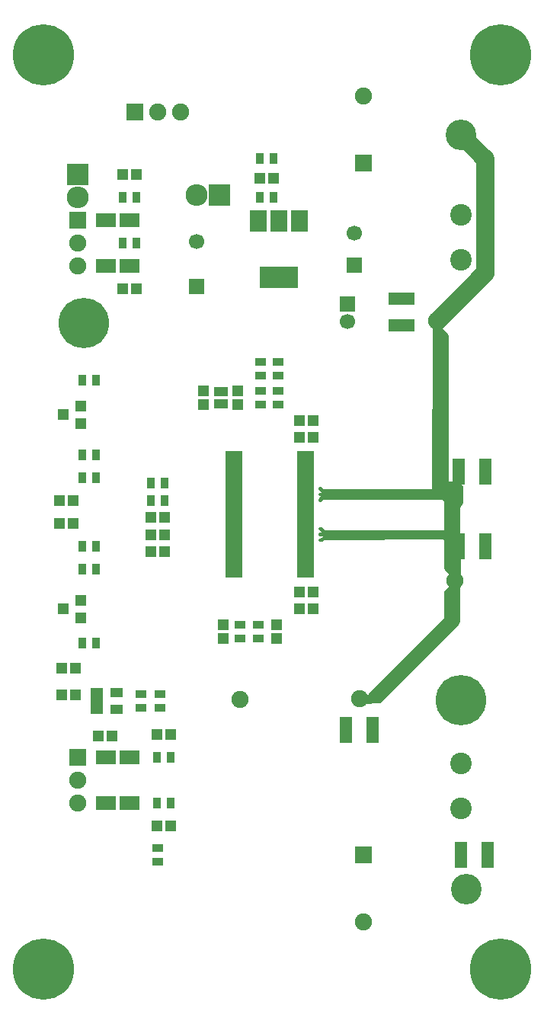
<source format=gbr>
G04 #@! TF.FileFunction,Soldermask,Top*
%FSLAX46Y46*%
G04 Gerber Fmt 4.6, Leading zero omitted, Abs format (unit mm)*
G04 Created by KiCad (PCBNEW 4.0.5) date 07/06/18 10:07:35*
%MOMM*%
%LPD*%
G01*
G04 APERTURE LIST*
%ADD10C,0.100000*%
%ADD11C,5.600000*%
%ADD12R,2.200000X1.630000*%
%ADD13R,1.150000X1.200000*%
%ADD14R,1.200000X1.150000*%
%ADD15R,1.700000X1.700000*%
%ADD16C,1.700000*%
%ADD17R,1.900000X1.900000*%
%ADD18C,1.900000*%
%ADD19R,2.900000X1.400000*%
%ADD20R,1.400000X2.900000*%
%ADD21R,1.197560X1.197560*%
%ADD22C,2.400000*%
%ADD23R,1.598880X0.999440*%
%ADD24C,3.400000*%
%ADD25R,1.300000X1.200000*%
%ADD26R,1.300000X0.900000*%
%ADD27R,0.900000X1.300000*%
%ADD28R,4.200000X2.400000*%
%ADD29R,1.900000X2.400000*%
%ADD30R,1.850000X0.800000*%
%ADD31R,1.460000X1.050000*%
%ADD32C,6.800000*%
%ADD33R,2.432000X2.432000*%
%ADD34O,2.432000X2.432000*%
%ADD35C,0.254000*%
G04 APERTURE END LIST*
D10*
D11*
X120015000Y-104775000D03*
X78105000Y-62865000D03*
D12*
X80605000Y-51435000D03*
X83225000Y-51435000D03*
X80605000Y-56515000D03*
X83225000Y-56515000D03*
X80605000Y-111125000D03*
X83225000Y-111125000D03*
X80605000Y-116205000D03*
X83225000Y-116205000D03*
D13*
X91440000Y-71870000D03*
X91440000Y-70370000D03*
X99568000Y-96405000D03*
X99568000Y-97905000D03*
D14*
X87110000Y-86360000D03*
X85610000Y-86360000D03*
D13*
X95250000Y-71870000D03*
X95250000Y-70370000D03*
D14*
X87110000Y-84455000D03*
X85610000Y-84455000D03*
D13*
X93599000Y-96405000D03*
X93599000Y-97905000D03*
D14*
X87110000Y-88265000D03*
X85610000Y-88265000D03*
X99175000Y-46736000D03*
X97675000Y-46736000D03*
D15*
X90678000Y-58801000D03*
D16*
X90678000Y-53801000D03*
D15*
X107442000Y-60706000D03*
D16*
X107442000Y-62706000D03*
X108204000Y-52888000D03*
D15*
X108204000Y-56388000D03*
D14*
X102120000Y-73660000D03*
X103620000Y-73660000D03*
X103620000Y-94615000D03*
X102120000Y-94615000D03*
X102120000Y-75565000D03*
X103620000Y-75565000D03*
X103620000Y-92710000D03*
X102120000Y-92710000D03*
D17*
X109220000Y-45085000D03*
D18*
X109220000Y-37585000D03*
D17*
X109220000Y-121920000D03*
D18*
X109220000Y-129420000D03*
D19*
X113411000Y-60095000D03*
X113411000Y-63095000D03*
D20*
X122785000Y-79375000D03*
X119785000Y-79375000D03*
X122785000Y-87630000D03*
X119785000Y-87630000D03*
X107237400Y-108077000D03*
X110237400Y-108077000D03*
X123039000Y-121920000D03*
X120039000Y-121920000D03*
D21*
X75450700Y-82550000D03*
X76949300Y-82550000D03*
X75450700Y-85090000D03*
X76949300Y-85090000D03*
D22*
X120015000Y-55840000D03*
X120015000Y-50840000D03*
X120015000Y-116800000D03*
X120015000Y-111800000D03*
D23*
X93345000Y-70418960D03*
X93345000Y-71821040D03*
D24*
X120015000Y-41910000D03*
X120650000Y-125730000D03*
D25*
X77835000Y-73975000D03*
X77835000Y-72075000D03*
X75835000Y-73025000D03*
X77835000Y-95565000D03*
X77835000Y-93665000D03*
X75835000Y-94615000D03*
D26*
X84455000Y-105588500D03*
X84455000Y-104088500D03*
X86614000Y-105588500D03*
X86614000Y-104088500D03*
X86360000Y-121170000D03*
X86360000Y-122670000D03*
X99695000Y-68695000D03*
X99695000Y-67195000D03*
X99695000Y-71870000D03*
X99695000Y-70370000D03*
X97790000Y-68695000D03*
X97790000Y-67195000D03*
X97790000Y-71870000D03*
X97790000Y-70370000D03*
X97536000Y-97905000D03*
X97536000Y-96405000D03*
X95504000Y-97905000D03*
X95504000Y-96405000D03*
D27*
X85610000Y-80645000D03*
X87110000Y-80645000D03*
X85610000Y-82550000D03*
X87110000Y-82550000D03*
X97675000Y-44577000D03*
X99175000Y-44577000D03*
X99175000Y-48895000D03*
X97675000Y-48895000D03*
X79490000Y-80010000D03*
X77990000Y-80010000D03*
X79490000Y-77470000D03*
X77990000Y-77470000D03*
X79490000Y-69215000D03*
X77990000Y-69215000D03*
X79490000Y-87630000D03*
X77990000Y-87630000D03*
X79490000Y-90170000D03*
X77990000Y-90170000D03*
X79490000Y-98425000D03*
X77990000Y-98425000D03*
D28*
X99822000Y-57760000D03*
D29*
X99822000Y-51460000D03*
X97522000Y-51460000D03*
X102122000Y-51460000D03*
D30*
X102793800Y-90741500D03*
X102793800Y-90106500D03*
X102793800Y-89471500D03*
X102793800Y-88836500D03*
X102793800Y-88201500D03*
X102793800Y-87566500D03*
X102793800Y-86931500D03*
X102793800Y-86296500D03*
X102793800Y-85661500D03*
X102793800Y-85026500D03*
X102793800Y-84391500D03*
X102793800Y-83756500D03*
X102793800Y-82486500D03*
X102793800Y-83121500D03*
X102793800Y-81851500D03*
X102793800Y-81216500D03*
X102793800Y-80581500D03*
X102793800Y-79946500D03*
X102793800Y-79311500D03*
X102793800Y-78676500D03*
X102793800Y-78041500D03*
X102793800Y-77406500D03*
X94805500Y-77406500D03*
X94805500Y-78041500D03*
X94805500Y-78676500D03*
X94805500Y-79311500D03*
X94805500Y-79946500D03*
X94805500Y-80581500D03*
X94805500Y-81216500D03*
X94805500Y-81851500D03*
X94805500Y-83121500D03*
X94805500Y-82486500D03*
X94805500Y-83756500D03*
X94805500Y-84391500D03*
X94805500Y-85026500D03*
X94805500Y-85661500D03*
X94805500Y-86296500D03*
X94805500Y-86931500D03*
X94805500Y-87566500D03*
X94805500Y-88201500D03*
X94805500Y-88836500D03*
X94805500Y-89471500D03*
X94805500Y-90106500D03*
X94805500Y-90741500D03*
D17*
X77470000Y-51435000D03*
D18*
X77470000Y-53975000D03*
X77470000Y-56515000D03*
D17*
X77470000Y-111125000D03*
D18*
X77470000Y-113665000D03*
X77470000Y-116205000D03*
D17*
X83820000Y-39370000D03*
D18*
X86360000Y-39370000D03*
X88900000Y-39370000D03*
X117348000Y-62611000D03*
X119380000Y-82550000D03*
X119380000Y-91440000D03*
X108775500Y-104584500D03*
X95504000Y-104648000D03*
D14*
X75704000Y-104140000D03*
X77204000Y-104140000D03*
X79768000Y-108712000D03*
X81268000Y-108712000D03*
X75704000Y-101219000D03*
X77204000Y-101219000D03*
D31*
X79545000Y-103888500D03*
X79545000Y-104838500D03*
X79545000Y-105788500D03*
X81745000Y-105788500D03*
X81745000Y-103888500D03*
D14*
X87745000Y-108585000D03*
X86245000Y-108585000D03*
X82435000Y-46355000D03*
X83935000Y-46355000D03*
X82435000Y-59055000D03*
X83935000Y-59055000D03*
X87745000Y-118745000D03*
X86245000Y-118745000D03*
D27*
X82435000Y-48895000D03*
X83935000Y-48895000D03*
X82435000Y-53975000D03*
X83935000Y-53975000D03*
X86245000Y-111125000D03*
X87745000Y-111125000D03*
X86245000Y-116205000D03*
X87745000Y-116205000D03*
D32*
X73660000Y-33020000D03*
X124460000Y-33020000D03*
X73660000Y-134620000D03*
X124460000Y-134620000D03*
D33*
X93218000Y-48641000D03*
D34*
X90678000Y-48641000D03*
D33*
X77470000Y-46355000D03*
D34*
X77470000Y-48895000D03*
D35*
G36*
X123287892Y-43876706D02*
X123426302Y-44038183D01*
X123490806Y-44167193D01*
X123536022Y-44314144D01*
X123558310Y-44447872D01*
X123570983Y-57373918D01*
X123492039Y-57655862D01*
X123344916Y-57882205D01*
X121728950Y-59485546D01*
X121728597Y-59485897D01*
X119151398Y-62063096D01*
X118200552Y-62975909D01*
X117832960Y-63318149D01*
X117803615Y-63359142D01*
X117792500Y-63411100D01*
X117792500Y-63449200D01*
X117802506Y-63498610D01*
X117831860Y-63541115D01*
X118370330Y-64054540D01*
X118433330Y-64138540D01*
X118478300Y-64228480D01*
X118478300Y-64490702D01*
X118491000Y-80378402D01*
X118501045Y-80427804D01*
X118529519Y-80469405D01*
X118571936Y-80496651D01*
X118618000Y-80505300D01*
X119249444Y-80505300D01*
X120155529Y-80941138D01*
X120167356Y-82076527D01*
X120156544Y-82238711D01*
X120099682Y-82361912D01*
X120052197Y-82409397D01*
X120026048Y-82447392D01*
X119759348Y-83044292D01*
X119748327Y-83098724D01*
X119913165Y-91074331D01*
X119750321Y-91976234D01*
X119748301Y-91999201D01*
X119760944Y-96007106D01*
X119722711Y-96140923D01*
X119667772Y-96205017D01*
X110962626Y-104897492D01*
X110863451Y-104942572D01*
X110750380Y-104952851D01*
X109459708Y-104964375D01*
X109450247Y-104207457D01*
X109736853Y-104216142D01*
X109786544Y-104207637D01*
X109830706Y-104178798D01*
X118200006Y-95771398D01*
X118227774Y-95729322D01*
X118237000Y-95681800D01*
X118237000Y-92870304D01*
X118247768Y-92784164D01*
X118267927Y-92703526D01*
X118297607Y-92644166D01*
X118325157Y-92598249D01*
X118911003Y-92012403D01*
X118938866Y-91970389D01*
X118948049Y-91928788D01*
X118998849Y-90887388D01*
X118991263Y-90837549D01*
X118961803Y-90791397D01*
X118335692Y-90165286D01*
X118294301Y-90103200D01*
X118257696Y-90039140D01*
X118248424Y-89974239D01*
X118247234Y-89967293D01*
X118237000Y-89916123D01*
X118237000Y-86880700D01*
X118226994Y-86831290D01*
X118198553Y-86789665D01*
X118156159Y-86762385D01*
X118109878Y-86753700D01*
X104838378Y-86766400D01*
X104788978Y-86776453D01*
X104745849Y-86806539D01*
X104570885Y-86993168D01*
X104555618Y-87000801D01*
X104521123Y-87007700D01*
X104317800Y-87007700D01*
X104317800Y-86855300D01*
X104432100Y-86855300D01*
X104481510Y-86845294D01*
X104519444Y-86820496D01*
X104760744Y-86591896D01*
X104789732Y-86550651D01*
X104800389Y-86501377D01*
X104791036Y-86451839D01*
X104763148Y-86409843D01*
X104721117Y-86382005D01*
X104673400Y-86372700D01*
X104317800Y-86372700D01*
X104317800Y-86220300D01*
X104609900Y-86220300D01*
X104659310Y-86210294D01*
X104700935Y-86181853D01*
X104728215Y-86139459D01*
X104736852Y-86089791D01*
X104725484Y-86040677D01*
X104699703Y-86003497D01*
X104471103Y-85774897D01*
X104429089Y-85747034D01*
X104381300Y-85737700D01*
X104317800Y-85737700D01*
X104317800Y-85585300D01*
X104474990Y-85585300D01*
X104503196Y-85594702D01*
X104837512Y-85929018D01*
X104879526Y-85956881D01*
X104927437Y-85966215D01*
X118097422Y-85953600D01*
X118146822Y-85943547D01*
X118188419Y-85915066D01*
X118215659Y-85872646D01*
X118224299Y-85827098D01*
X118236999Y-82588598D01*
X118227187Y-82539149D01*
X118189336Y-82488930D01*
X117998836Y-82336530D01*
X117954003Y-82313477D01*
X117919377Y-82308700D01*
X104812977Y-82321400D01*
X104660700Y-82321400D01*
X104611290Y-82331406D01*
X104570897Y-82358597D01*
X104404152Y-82525342D01*
X104358234Y-82552893D01*
X104338620Y-82562700D01*
X104317800Y-82562700D01*
X104317800Y-82383265D01*
X104326559Y-82377698D01*
X104580559Y-82149098D01*
X104610591Y-82108607D01*
X104622505Y-82059622D01*
X104614421Y-82009861D01*
X104587615Y-81967166D01*
X104546310Y-81938263D01*
X104495600Y-81927700D01*
X104317800Y-81927700D01*
X104317800Y-81775300D01*
X104533700Y-81775300D01*
X104583110Y-81765294D01*
X104624735Y-81736853D01*
X104652015Y-81694459D01*
X104660652Y-81644791D01*
X104649284Y-81595677D01*
X104623503Y-81558497D01*
X104394903Y-81329897D01*
X104352889Y-81302034D01*
X104317800Y-81295181D01*
X104317800Y-81143723D01*
X104422213Y-81150249D01*
X104448864Y-81171570D01*
X104634397Y-81357103D01*
X104676411Y-81384966D01*
X104724200Y-81394300D01*
X116789200Y-81394300D01*
X116838610Y-81384294D01*
X116880235Y-81355853D01*
X116907515Y-81313459D01*
X116916200Y-81267574D01*
X116954300Y-63614574D01*
X116954254Y-63610869D01*
X116941600Y-63142671D01*
X116941600Y-61787208D01*
X121768620Y-56947585D01*
X121796428Y-56905536D01*
X121805700Y-56857900D01*
X121805700Y-44945300D01*
X121795694Y-44895890D01*
X121768503Y-44855497D01*
X120177140Y-43264134D01*
X121329525Y-41978782D01*
X123287892Y-43876706D01*
X123287892Y-43876706D01*
G37*
X123287892Y-43876706D02*
X123426302Y-44038183D01*
X123490806Y-44167193D01*
X123536022Y-44314144D01*
X123558310Y-44447872D01*
X123570983Y-57373918D01*
X123492039Y-57655862D01*
X123344916Y-57882205D01*
X121728950Y-59485546D01*
X121728597Y-59485897D01*
X119151398Y-62063096D01*
X118200552Y-62975909D01*
X117832960Y-63318149D01*
X117803615Y-63359142D01*
X117792500Y-63411100D01*
X117792500Y-63449200D01*
X117802506Y-63498610D01*
X117831860Y-63541115D01*
X118370330Y-64054540D01*
X118433330Y-64138540D01*
X118478300Y-64228480D01*
X118478300Y-64490702D01*
X118491000Y-80378402D01*
X118501045Y-80427804D01*
X118529519Y-80469405D01*
X118571936Y-80496651D01*
X118618000Y-80505300D01*
X119249444Y-80505300D01*
X120155529Y-80941138D01*
X120167356Y-82076527D01*
X120156544Y-82238711D01*
X120099682Y-82361912D01*
X120052197Y-82409397D01*
X120026048Y-82447392D01*
X119759348Y-83044292D01*
X119748327Y-83098724D01*
X119913165Y-91074331D01*
X119750321Y-91976234D01*
X119748301Y-91999201D01*
X119760944Y-96007106D01*
X119722711Y-96140923D01*
X119667772Y-96205017D01*
X110962626Y-104897492D01*
X110863451Y-104942572D01*
X110750380Y-104952851D01*
X109459708Y-104964375D01*
X109450247Y-104207457D01*
X109736853Y-104216142D01*
X109786544Y-104207637D01*
X109830706Y-104178798D01*
X118200006Y-95771398D01*
X118227774Y-95729322D01*
X118237000Y-95681800D01*
X118237000Y-92870304D01*
X118247768Y-92784164D01*
X118267927Y-92703526D01*
X118297607Y-92644166D01*
X118325157Y-92598249D01*
X118911003Y-92012403D01*
X118938866Y-91970389D01*
X118948049Y-91928788D01*
X118998849Y-90887388D01*
X118991263Y-90837549D01*
X118961803Y-90791397D01*
X118335692Y-90165286D01*
X118294301Y-90103200D01*
X118257696Y-90039140D01*
X118248424Y-89974239D01*
X118247234Y-89967293D01*
X118237000Y-89916123D01*
X118237000Y-86880700D01*
X118226994Y-86831290D01*
X118198553Y-86789665D01*
X118156159Y-86762385D01*
X118109878Y-86753700D01*
X104838378Y-86766400D01*
X104788978Y-86776453D01*
X104745849Y-86806539D01*
X104570885Y-86993168D01*
X104555618Y-87000801D01*
X104521123Y-87007700D01*
X104317800Y-87007700D01*
X104317800Y-86855300D01*
X104432100Y-86855300D01*
X104481510Y-86845294D01*
X104519444Y-86820496D01*
X104760744Y-86591896D01*
X104789732Y-86550651D01*
X104800389Y-86501377D01*
X104791036Y-86451839D01*
X104763148Y-86409843D01*
X104721117Y-86382005D01*
X104673400Y-86372700D01*
X104317800Y-86372700D01*
X104317800Y-86220300D01*
X104609900Y-86220300D01*
X104659310Y-86210294D01*
X104700935Y-86181853D01*
X104728215Y-86139459D01*
X104736852Y-86089791D01*
X104725484Y-86040677D01*
X104699703Y-86003497D01*
X104471103Y-85774897D01*
X104429089Y-85747034D01*
X104381300Y-85737700D01*
X104317800Y-85737700D01*
X104317800Y-85585300D01*
X104474990Y-85585300D01*
X104503196Y-85594702D01*
X104837512Y-85929018D01*
X104879526Y-85956881D01*
X104927437Y-85966215D01*
X118097422Y-85953600D01*
X118146822Y-85943547D01*
X118188419Y-85915066D01*
X118215659Y-85872646D01*
X118224299Y-85827098D01*
X118236999Y-82588598D01*
X118227187Y-82539149D01*
X118189336Y-82488930D01*
X117998836Y-82336530D01*
X117954003Y-82313477D01*
X117919377Y-82308700D01*
X104812977Y-82321400D01*
X104660700Y-82321400D01*
X104611290Y-82331406D01*
X104570897Y-82358597D01*
X104404152Y-82525342D01*
X104358234Y-82552893D01*
X104338620Y-82562700D01*
X104317800Y-82562700D01*
X104317800Y-82383265D01*
X104326559Y-82377698D01*
X104580559Y-82149098D01*
X104610591Y-82108607D01*
X104622505Y-82059622D01*
X104614421Y-82009861D01*
X104587615Y-81967166D01*
X104546310Y-81938263D01*
X104495600Y-81927700D01*
X104317800Y-81927700D01*
X104317800Y-81775300D01*
X104533700Y-81775300D01*
X104583110Y-81765294D01*
X104624735Y-81736853D01*
X104652015Y-81694459D01*
X104660652Y-81644791D01*
X104649284Y-81595677D01*
X104623503Y-81558497D01*
X104394903Y-81329897D01*
X104352889Y-81302034D01*
X104317800Y-81295181D01*
X104317800Y-81143723D01*
X104422213Y-81150249D01*
X104448864Y-81171570D01*
X104634397Y-81357103D01*
X104676411Y-81384966D01*
X104724200Y-81394300D01*
X116789200Y-81394300D01*
X116838610Y-81384294D01*
X116880235Y-81355853D01*
X116907515Y-81313459D01*
X116916200Y-81267574D01*
X116954300Y-63614574D01*
X116954254Y-63610869D01*
X116941600Y-63142671D01*
X116941600Y-61787208D01*
X121768620Y-56947585D01*
X121796428Y-56905536D01*
X121805700Y-56857900D01*
X121805700Y-44945300D01*
X121795694Y-44895890D01*
X121768503Y-44855497D01*
X120177140Y-43264134D01*
X121329525Y-41978782D01*
X123287892Y-43876706D01*
M02*

</source>
